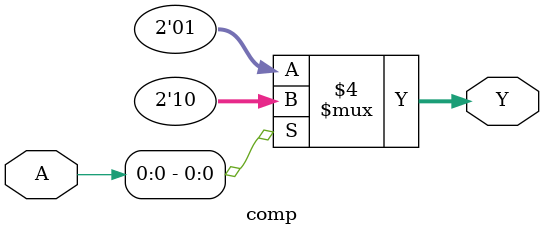
<source format=v>
module comp(A, Y);
input [2:0] A;
output reg [1:0] Y;

always @(A) begin
	if(A[0] == 1)
		Y = 2'b10;
	else
		Y = 2'b01;
end
endmodule
</source>
